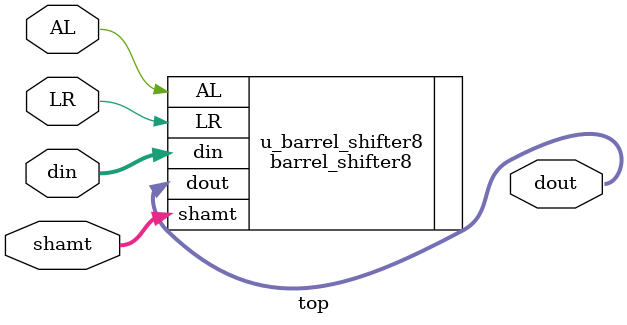
<source format=v>

module top(
        input [7:0] din,
        input [2:0] shamt,
        input LR,
        input AL,
        output [7:0] dout
    );

    barrel_shifter8 u_barrel_shifter8(
                        .din(din),
                        .shamt(shamt),
                        .LR(LR),
                        .AL(AL),
                        .dout(dout)
                    );
endmodule

</source>
